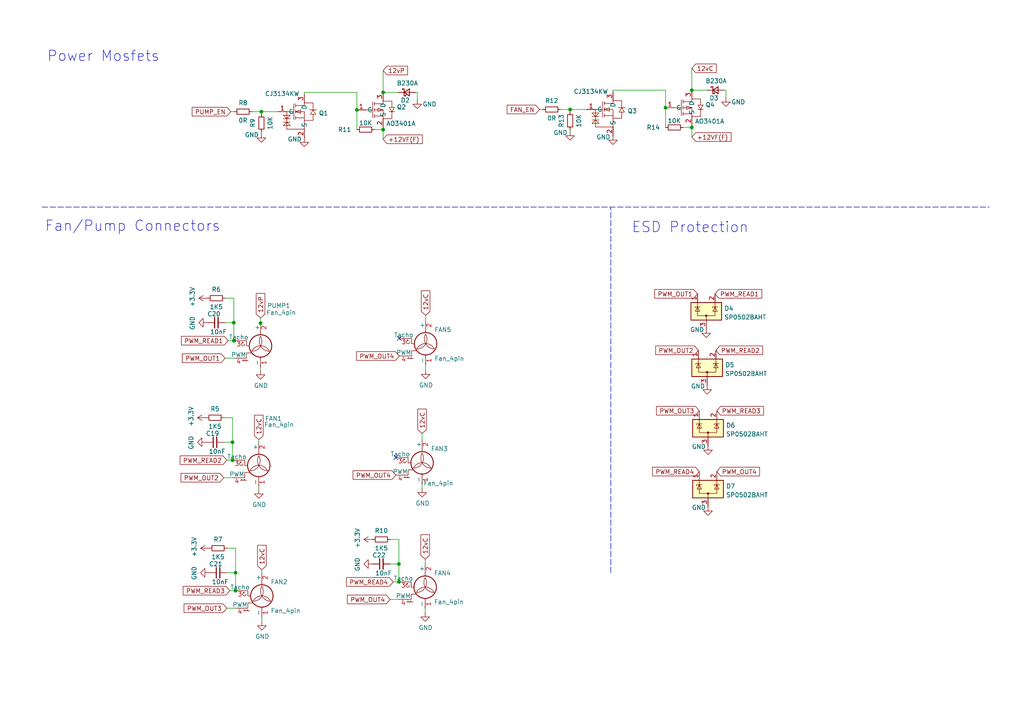
<source format=kicad_sch>
(kicad_sch (version 20211123) (generator eeschema)
  (paper "A4")
  (lib_symbols
    (symbol "Device:C_Small" (pin_numbers hide) (pin_names (offset 0.254) hide)
      (property "Reference" "C" (at 0.254 1.778 0))
      (property "Value" "C_Small" (at 0.254 -2.032 0))
      (symbol "C_Small_0_1"
        (polyline (pts (xy -1.524 -0.508) (xy 1.524 -0.508)) (stroke (width 0.3302)))
        (polyline (pts (xy -1.524 0.508) (xy 1.524 0.508)) (stroke (width 0.3048)))
      )
      (symbol "C_Small_1_1"
        (pin passive line (at 0 2.54 270) (length 2.032) (name "~") (number "1"))
        (pin passive line (at 0 -2.54 90) (length 2.032) (name "~") (number "2"))
      )
    )
    (symbol "Device:D_Schottky_Small" (pin_numbers hide) (pin_names (offset 0.254) hide)
      (property "Reference" "D" (at -1.27 2.032 0))
      (property "Value" "D_Schottky_Small" (at -7.112 -2.032 0))
      (symbol "D_Schottky_Small_0_1"
        (polyline (pts (xy -0.762 0) (xy 0.762 0)))
        (polyline (pts (xy 0.762 -1.016) (xy -0.762 0) (xy 0.762 1.016) (xy 0.762 -1.016)) (stroke (width 0.254)))
        (polyline (pts (xy -1.27 0.762) (xy -1.27 1.016) (xy -0.762 1.016) (xy -0.762 -1.016) (xy -0.254 -1.016) (xy -0.254 -0.762)) (stroke (width 0.254)))
      )
      (symbol "D_Schottky_Small_1_1"
        (pin passive line (at -2.54 0 0) (length 1.778) (name "K") (number "1"))
        (pin passive line (at 2.54 0 180) (length 1.778) (name "A") (number "2"))
      )
    )
    (symbol "Device:R_Small" (pin_numbers hide) (pin_names (offset 0.254) hide)
      (property "Reference" "R" (at 0.762 0.508 0))
      (property "Value" "R_Small" (at 0.762 -1.016 0))
      (symbol "R_Small_0_1"
        (rectangle (start -0.762 1.778) (end 0.762 -1.778) (stroke (width 0.2032)))
      )
      (symbol "R_Small_1_1"
        (pin passive line (at 0 2.54 270) (length 0.762) (name "~") (number "1"))
        (pin passive line (at 0 -2.54 90) (length 0.762) (name "~") (number "2"))
      )
    )
    (symbol "Motor:Fan_4pin" (pin_names (offset 0))
      (property "Reference" "M" (at 2.54 5.08 0))
      (property "Value" "Fan_4pin" (at 2.54 -2.54 0))
      (symbol "Fan_4pin_0_0"
        (arc (start -5.588 1.524) (mid -5.08 1.016) (end -4.572 1.524))
        (arc (start -5.08 2.032) (mid -5.4392 1.8832) (end -5.588 1.524))
        (polyline (pts (xy -5.08 2.032) (xy -5.334 2.159)))
        (polyline (pts (xy -5.08 2.032) (xy -5.207 1.778)))
        (polyline (pts (xy -4.064 2.54) (xy -4.064 1.016) (xy -3.302 1.016)))
      )
      (symbol "Fan_4pin_0_1"
        (arc (start -2.54 -0.508) (mid 0.0028 0.9121) (end 0 3.81))
        (polyline (pts (xy -4.064 2.54) (xy -5.08 2.54)))
        (polyline (pts (xy 0 -5.08) (xy 0 -4.572)))
        (polyline (pts (xy 0 -2.2352) (xy 0 -2.6416)))
        (polyline (pts (xy 0 4.2672) (xy 0 4.6228)))
        (polyline (pts (xy 0 4.572) (xy 0 5.08)))
        (polyline (pts (xy -2.54 -1.016) (xy -4.064 -1.016) (xy -4.064 -2.54) (xy -5.08 -2.54)))
        (polyline (pts (xy -5.334 -3.302) (xy -5.08 -3.302) (xy -5.08 -3.048) (xy -4.826 -3.048) (xy -4.826 -3.302) (xy -4.318 -3.302) (xy -4.318 -3.048) (xy -4.064 -3.048) (xy -4.064 -3.302) (xy -3.556 -3.302)))
        (circle (center 0 1.016) (radius 3.2512) (stroke (width 0.254)))
        (arc (start 0 3.81) (mid 0.053 0.921) (end 2.54 -0.508))
        (arc (start 2.54 -0.508) (mid 0 1.0618) (end -2.54 -0.508))
      )
      (symbol "Fan_4pin_1_1"
        (pin passive line (at 0 -5.08 90) (length 2.54) (name "-") (number "1"))
        (pin passive line (at 0 7.62 270) (length 2.54) (name "+") (number "2"))
        (pin passive line (at -7.62 2.54 0) (length 2.54) (name "Tacho") (number "3"))
        (pin input line (at -7.62 -2.54 0) (length 2.54) (name "PWM") (number "4"))
      )
    )
    (symbol "Power_Protection:SP0502BAHT" (pin_names hide)
      (property "Reference" "D" (at 5.715 2.54 0))
      (property "Value" "SP0502BAHT" (at 5.715 0.635 0))
      (symbol "SP0502BAHT_0_0"
        (pin passive line (at 0 -5.08 90) (length 2.54) (name "A") (number "3"))
      )
      (symbol "SP0502BAHT_0_1"
        (rectangle (start -4.445 2.54) (end 4.445 -2.54) (stroke (width 0.254)) (fill (type background)))
        (circle (center 0 -1.27) (radius 0.254) (fill (type outline)))
        (polyline (pts (xy -2.54 2.54) (xy -2.54 1.27)))
        (polyline (pts (xy 0 -1.27) (xy 0 -2.54)))
        (polyline (pts (xy 2.54 2.54) (xy 2.54 1.27)))
        (polyline (pts (xy -3.302 1.016) (xy -3.302 1.27) (xy -1.905 1.27) (xy -1.778 1.27)))
        (polyline (pts (xy -2.54 1.27) (xy -2.54 -1.27) (xy 2.54 -1.27) (xy 2.54 1.27)))
        (polyline (pts (xy -2.54 1.27) (xy -1.905 0) (xy -3.175 0) (xy -2.54 1.27)))
        (polyline (pts (xy 1.778 1.016) (xy 1.778 1.27) (xy 3.175 1.27) (xy 3.302 1.27)))
        (polyline (pts (xy 2.54 1.27) (xy 1.905 0) (xy 3.175 0) (xy 2.54 1.27)))
      )
      (symbol "SP0502BAHT_1_1"
        (pin passive line (at -2.54 5.08 270) (length 2.54) (name "K") (number "1"))
        (pin passive line (at 2.54 5.08 270) (length 2.54) (name "K") (number "2"))
      )
    )
    (symbol "easyeda:AO3401A"
      (property "Reference" "Q?" (at 0 10.16 0))
      (property "Value" "AO3401A" (at 0 -10.16 0))
      (symbol "AO3401A_0_1"
        (polyline (pts (xy -2.54 0) (xy -0.51 0)))
        (polyline (pts (xy -0.51 2.29) (xy -0.51 -2.29)))
        (polyline (pts (xy 0 -2.29) (xy 0 -1.27)))
        (polyline (pts (xy 0 -0.51) (xy 0 0.51)))
        (polyline (pts (xy 0 1.27) (xy 0 2.29)))
        (polyline (pts (xy 2.54 -1.78) (xy 0 -1.78)))
        (polyline (pts (xy 2.54 1.78) (xy 0 1.78)))
        (polyline (pts (xy 0 0) (xy 2.54 0) (xy 2.54 -2.54)))
        (polyline (pts (xy 2.54 -2.54) (xy 5.08 -2.54) (xy 5.08 -0.51)))
        (polyline (pts (xy 2.54 0) (xy 1.02 0.51) (xy 1.02 -0.51) (xy 2.54 0)) (fill (type background)))
        (polyline (pts (xy 2.54 1.78) (xy 2.54 2.54) (xy 5.08 2.54) (xy 5.08 0.76)))
        (polyline (pts (xy 5.08 -0.51) (xy 5.84 0.76) (xy 4.32 0.76) (xy 5.08 -0.51)) (fill (type background)))
        (polyline (pts (xy 5.84 -0.51) (xy 5.59 -0.51) (xy 4.57 -0.51) (xy 4.32 -0.51)))
        (pin unspecified line (at -5.08 0 0) (length 2.54) (name "G") (number "1"))
        (pin unspecified line (at 2.54 -5.08 90) (length 2.54) (name "S") (number "2"))
        (pin unspecified line (at 2.54 5.08 270) (length 2.54) (name "D") (number "3"))
      )
    )
    (symbol "easyeda:CJ3134KW"
      (property "Reference" "Q?" (at 0 11.43 0))
      (property "Value" "CJ3134KW" (at 0 -11.43 0))
      (symbol "CJ3134KW_0_1"
        (polyline (pts (xy -3.56 -1.78) (xy -1.52 -1.78)))
        (polyline (pts (xy -3.56 -0.76) (xy -1.52 -0.76)))
        (polyline (pts (xy -2.54 -3.81) (xy -2.54 1.27)))
        (polyline (pts (xy -2.54 -3.81) (xy 2.54 -3.81)))
        (polyline (pts (xy -2.54 1.27) (xy -0.51 1.27)))
        (polyline (pts (xy -0.51 3.56) (xy -0.51 -1.02)))
        (polyline (pts (xy 0 -1.02) (xy 0 0)))
        (polyline (pts (xy 0 0.76) (xy 0 1.78)))
        (polyline (pts (xy 0 3.56) (xy 0 2.54)))
        (polyline (pts (xy 2.54 -3.81) (xy 2.54 -1.27)))
        (polyline (pts (xy 2.54 -0.51) (xy 0 -0.51)))
        (polyline (pts (xy 0 1.27) (xy 1.52 0.76) (xy 1.52 1.78) (xy 0 1.27)) (fill (type background)))
        (polyline (pts (xy 5.08 1.78) (xy 4.32 0.51) (xy 5.84 0.51) (xy 5.08 1.78)) (fill (type background)))
        (polyline (pts (xy 6.1 1.78) (xy 5.59 1.78) (xy 4.57 1.78) (xy 4.06 1.78)))
        (polyline (pts (xy -3.56 0.25) (xy -1.52 0.25) (xy -2.54 -0.76) (xy -3.56 0.25) (xy -3.56 0.25)) (fill (type background)))
        (polyline (pts (xy -2.54 -1.78) (xy -3.56 -2.79) (xy -1.52 -2.79) (xy -2.54 -1.78) (xy -2.54 -1.78)) (fill (type background)))
        (polyline (pts (xy 0 1.27) (xy 2.54 1.27) (xy 2.54 -1.27) (xy 5.08 -1.27) (xy 5.08 0.51)))
        (polyline (pts (xy 0 3.05) (xy 2.54 3.05) (xy 2.54 3.81) (xy 5.08 3.81) (xy 5.08 1.78)))
        (pin unspecified line (at -5.08 1.27 0) (length 2.54) (name "G") (number "1"))
        (pin unspecified line (at 2.54 -6.35 90) (length 2.54) (name "S") (number "2"))
        (pin unspecified line (at 2.54 6.35 270) (length 2.54) (name "D") (number "3"))
      )
    )
    (symbol "power:+3.3V" (power) (pin_names (offset 0))
      (property "Value" "+3.3V" (at 0 3.556 0))
      (symbol "+3.3V_0_1"
        (polyline (pts (xy -0.762 1.27) (xy 0 2.54)))
        (polyline (pts (xy 0 0) (xy 0 2.54)))
        (polyline (pts (xy 0 2.54) (xy 0.762 1.27)))
      )
      (symbol "+3.3V_1_1"
        (pin power_in line (at 0 0 90) (length 0) hide (name "+3.3V") (number "1"))
      )
    )
    (symbol "power:GND" (power) (pin_names (offset 0))
      (property "Value" "GND" (at 0 -3.81 0))
      (symbol "GND_0_1"
        (polyline (pts (xy 0 0) (xy 0 -1.27) (xy 1.27 -1.27) (xy 0 -2.54) (xy -1.27 -1.27) (xy 0 -1.27)))
      )
      (symbol "GND_1_1"
        (pin power_in line (at 0 0 270) (length 0) hide (name "GND") (number "1"))
      )
    )
  )
  (junction (at 111.125 37.592))
  (junction (at 67.437 133.477))
  (junction (at 165.354 31.75))
  (junction (at 75.565 93.726))
  (junction (at 68.326 166.116))
  (junction (at 115.697 168.783))
  (junction (at 67.437 128.27))
  (junction (at 68.326 171.323))
  (junction (at 200.66 26.162))
  (junction (at 67.945 98.806))
  (junction (at 200.66 36.957))
  (junction (at 75.819 32.385))
  (junction (at 193.04 31.242))
  (junction (at 111.125 26.797))
  (junction (at 115.697 163.576))
  (junction (at 103.505 31.877))
  (junction (at 67.818 98.806))
  (junction (at 67.818 93.599))
  (no_connect (at 114.808 132.715))
  (no_connect (at 115.824 98.171))
  (wire (pts (xy 198.12 36.957) (xy 200.66 36.957)))
  (wire (pts (xy 123.317 162.179) (xy 123.317 163.703)))
  (wire (pts (xy 64.897 128.27) (xy 67.437 128.27)))
  (wire (pts (xy 75.946 165.227) (xy 75.946 166.243)))
  (wire (pts (xy 162.56 31.75) (xy 165.354 31.75)))
  (polyline (pts (xy 12.192 60.071) (xy 286.893 60.071)))
  (wire (pts (xy 200.66 26.162) (xy 204.978 26.162)))
  (wire (pts (xy 111.125 20.447) (xy 111.125 26.797)))
  (wire (pts (xy 75.565 92.202) (xy 75.565 93.726)))
  (wire (pts (xy 65.786 166.116) (xy 68.326 166.116)))
  (wire (pts (xy 68.326 159.004) (xy 65.786 159.004)))
  (wire (pts (xy 165.354 37.592) (xy 165.354 38.1)))
  (wire (pts (xy 67.818 86.487) (xy 65.278 86.487)))
  (wire (pts (xy 68.326 176.403) (xy 65.786 176.403)))
  (wire (pts (xy 165.354 31.75) (xy 170.18 31.75)))
  (wire (pts (xy 115.697 168.783) (xy 114.046 168.783)))
  (wire (pts (xy 177.8 26.162) (xy 177.8 26.67)))
  (wire (pts (xy 65.278 93.599) (xy 67.818 93.599)))
  (wire (pts (xy 73.025 32.385) (xy 75.819 32.385)))
  (wire (pts (xy 115.697 173.863) (xy 113.157 173.863)))
  (wire (pts (xy 67.818 98.806) (xy 67.818 93.599)))
  (wire (pts (xy 75.819 32.385) (xy 80.645 32.385)))
  (wire (pts (xy 156.464 31.75) (xy 157.48 31.75)))
  (wire (pts (xy 123.444 91.44) (xy 123.444 93.091)))
  (wire (pts (xy 67.437 138.557) (xy 64.897 138.557)))
  (wire (pts (xy 75.819 32.385) (xy 75.819 33.147)))
  (wire (pts (xy 67.437 133.477) (xy 67.437 128.27)))
  (wire (pts (xy 75.565 106.426) (xy 75.565 107.442)))
  (wire (pts (xy 193.04 26.162) (xy 193.04 31.242)))
  (wire (pts (xy 115.697 156.464) (xy 113.157 156.464)))
  (wire (pts (xy 200.66 36.957) (xy 200.66 39.751)))
  (wire (pts (xy 67.945 103.886) (xy 65.278 103.886)))
  (wire (pts (xy 67.945 98.806) (xy 67.818 98.806)))
  (wire (pts (xy 67.437 133.477) (xy 65.786 133.477)))
  (wire (pts (xy 67.437 128.27) (xy 67.437 121.158)))
  (wire (pts (xy 111.125 36.957) (xy 111.125 37.592)))
  (wire (pts (xy 115.697 163.576) (xy 115.697 156.464)))
  (wire (pts (xy 121.031 26.797) (xy 121.031 28.956)))
  (wire (pts (xy 123.444 105.791) (xy 123.444 107.315)))
  (wire (pts (xy 123.317 176.403) (xy 123.317 177.673)))
  (wire (pts (xy 120.523 26.797) (xy 121.031 26.797)))
  (wire (pts (xy 75.946 178.943) (xy 75.946 180.213)))
  (wire (pts (xy 75.692 93.726) (xy 75.565 93.726)))
  (wire (pts (xy 115.697 168.783) (xy 115.697 163.576)))
  (wire (pts (xy 103.505 26.797) (xy 103.505 31.877)))
  (wire (pts (xy 103.505 26.797) (xy 88.265 26.797)))
  (wire (pts (xy 75.057 141.097) (xy 75.057 141.986)))
  (wire (pts (xy 111.125 26.797) (xy 115.443 26.797)))
  (wire (pts (xy 200.66 19.812) (xy 200.66 26.162)))
  (wire (pts (xy 66.929 32.385) (xy 67.945 32.385)))
  (wire (pts (xy 111.125 37.592) (xy 111.125 40.386)))
  (wire (pts (xy 165.354 31.75) (xy 165.354 32.512)))
  (wire (pts (xy 113.157 163.576) (xy 115.697 163.576)))
  (wire (pts (xy 75.057 127.508) (xy 75.057 128.397)))
  (wire (pts (xy 200.66 36.322) (xy 200.66 36.957)))
  (wire (pts (xy 193.04 26.162) (xy 177.8 26.162)))
  (wire (pts (xy 122.428 140.335) (xy 122.428 141.605)))
  (wire (pts (xy 68.326 171.323) (xy 66.675 171.323)))
  (wire (pts (xy 67.437 121.158) (xy 64.897 121.158)))
  (wire (pts (xy 68.326 166.116) (xy 68.326 159.004)))
  (wire (pts (xy 67.818 93.599) (xy 67.818 86.487)))
  (wire (pts (xy 103.505 31.877) (xy 103.505 37.592)))
  (polyline (pts (xy 177.038 60.325) (xy 177.165 60.325)))
  (wire (pts (xy 108.585 37.592) (xy 111.125 37.592)))
  (wire (pts (xy 75.819 38.227) (xy 75.819 38.735)))
  (wire (pts (xy 88.265 26.797) (xy 88.265 27.305)))
  (wire (pts (xy 67.818 98.806) (xy 66.167 98.806)))
  (wire (pts (xy 193.04 31.242) (xy 193.04 36.957)))
  (wire (pts (xy 68.326 171.323) (xy 68.326 166.116)))
  (wire (pts (xy 210.566 26.162) (xy 210.566 28.321)))
  (polyline (pts (xy 177.165 166.116) (xy 177.165 60.325)))
  (wire (pts (xy 210.058 26.162) (xy 210.566 26.162)))
  (wire (pts (xy 122.428 125.73) (xy 122.428 127.635)))
  (text "Fan/Pump Connectors" (at 12.954 67.437 0) (effects (font (size 3 3)) (justify left bottom)))
  (text "ESD Protection" (at 183.134 67.818 0) (effects (font (size 3 3)) (justify left bottom)))
  (text "Power Mosfets" (at 13.589 18.161 0) (effects (font (size 3 3)) (justify left bottom)))
  (global_label "12vC" (shape input) (at 123.317 162.179 90) (property "Intersheet References" "${INTERSHEET_REFS}" (effects hide)))
  (global_label "12vP" (shape input) (at 111.125 20.447 0) (property "Intersheet References" "${INTERSHEET_REFS}" (effects hide)))
  (global_label "PWM_READ2" (shape input) (at 65.786 133.477 180) (property "Intersheet References" "${INTERSHEET_REFS}" (effects hide)))
  (global_label "12vC" (shape input) (at 75.057 127.508 90) (property "Intersheet References" "${INTERSHEET_REFS}" (effects hide)))
  (global_label "PWM_READ2" (shape input) (at 207.645 101.6 0) (property "Intersheet References" "${INTERSHEET_REFS}" (effects hide)))
  (global_label "12vC" (shape input) (at 123.444 91.44 90) (property "Intersheet References" "${INTERSHEET_REFS}" (effects hide)))
  (global_label "PWM_OUT4" (shape input) (at 207.899 136.779 0) (property "Intersheet References" "${INTERSHEET_REFS}" (effects hide)))
  (global_label "PWM_OUT1" (shape input) (at 202.311 85.217 180) (property "Intersheet References" "${INTERSHEET_REFS}" (effects hide)))
  (global_label "PWM_OUT4" (shape input) (at 114.808 137.795 180) (property "Intersheet References" "${INTERSHEET_REFS}" (effects hide)))
  (global_label "PWM_OUT3" (shape input) (at 65.786 176.403 180) (property "Intersheet References" "${INTERSHEET_REFS}" (effects hide)))
  (global_label "PWM_OUT4" (shape input) (at 113.157 173.863 180) (property "Intersheet References" "${INTERSHEET_REFS}" (effects hide)))
  (global_label "PWM_OUT2" (shape input) (at 202.565 101.6 180) (property "Intersheet References" "${INTERSHEET_REFS}" (effects hide)))
  (global_label "PWM_READ3" (shape input) (at 207.899 119.126 0) (property "Intersheet References" "${INTERSHEET_REFS}" (effects hide)))
  (global_label "PWM_READ1" (shape input) (at 66.167 98.806 180) (property "Intersheet References" "${INTERSHEET_REFS}" (effects hide)))
  (global_label "12vC" (shape input) (at 122.428 125.73 90) (property "Intersheet References" "${INTERSHEET_REFS}" (effects hide)))
  (global_label "PWM_OUT2" (shape input) (at 64.897 138.557 180) (property "Intersheet References" "${INTERSHEET_REFS}" (effects hide)))
  (global_label "+12VF(F)" (shape input) (at 111.125 40.386 0) (property "Intersheet References" "${INTERSHEET_REFS}" (effects hide)))
  (global_label "PWM_OUT1" (shape input) (at 65.278 103.886 180) (property "Intersheet References" "${INTERSHEET_REFS}" (effects hide)))
  (global_label "12vP" (shape input) (at 75.565 92.202 90) (property "Intersheet References" "${INTERSHEET_REFS}" (effects hide)))
  (global_label "+12VF(F)" (shape input) (at 200.66 39.751 0) (property "Intersheet References" "${INTERSHEET_REFS}" (effects hide)))
  (global_label "PWM_OUT3" (shape input) (at 202.819 119.126 180) (property "Intersheet References" "${INTERSHEET_REFS}" (effects hide)))
  (global_label "12vC" (shape input) (at 200.66 19.812 0) (property "Intersheet References" "${INTERSHEET_REFS}" (effects hide)))
  (global_label "PWM_READ4" (shape input) (at 202.819 136.779 180) (property "Intersheet References" "${INTERSHEET_REFS}" (effects hide)))
  (global_label "PUMP_EN" (shape input) (at 66.929 32.385 180) (property "Intersheet References" "${INTERSHEET_REFS}" (effects hide)))
  (global_label "PWM_READ1" (shape input) (at 207.391 85.217 0) (property "Intersheet References" "${INTERSHEET_REFS}" (effects hide)))
  (global_label "FAN_EN" (shape input) (at 156.464 31.75 180) (property "Intersheet References" "${INTERSHEET_REFS}" (effects hide)))
  (global_label "PWM_READ4" (shape input) (at 114.046 168.783 180) (property "Intersheet References" "${INTERSHEET_REFS}" (effects hide)))
  (global_label "PWM_OUT4" (shape input) (at 115.824 103.251 180) (property "Intersheet References" "${INTERSHEET_REFS}" (effects hide)))
  (global_label "PWM_READ3" (shape input) (at 66.675 171.323 180) (property "Intersheet References" "${INTERSHEET_REFS}" (effects hide)))
  (global_label "12vC" (shape input) (at 75.946 165.227 90) (property "Intersheet References" "${INTERSHEET_REFS}" (effects hide)))
  (symbol (lib_id "power:GND") (at 75.057 141.986 0) (unit 1)
    (property "Reference" "#PWR037" (effects hide))
    (property "Value" "GND" (at 75.184 146.3802 0))
  )
  (symbol (lib_id "Device:D_Schottky_Small") (at 207.518 26.162 0) (unit 1)
    (property "Reference" "D3" (at 205.74 28.448 0) (effects (justify left)))
    (property "Value" "B230A" (at 204.597 23.495 0) (effects (justify left)))
    (property "Footprint" "Diode_SMD:D_SMA" (effects hide))
    (property "LCSC Part" "C917036" (effects hide))
  )
  (symbol (lib_id "Motor:Fan_4pin") (at 75.946 173.863 0) (unit 1)
    (property "Reference" "FAN2" (at 78.486 168.783 0) (effects (justify left)))
    (property "Value" "Fan_4pin" (at 78.486 176.403 0) (effects (justify left top)))
    (property "Footprint" "Custom:FanPinHeader_1x04_P2.54mm_Horizontal_no_hole" (effects hide))
    (property "Datasheet" "http://www.formfactors.org/developer%5Cspecs%5Crev1_2_public.pdf" (effects hide))
    (property "LCSC Part" "NA" (effects hide))
  )
  (symbol (lib_id "power:GND") (at 123.444 107.315 0) (unit 1)
    (property "Reference" "#PWR046" (effects hide))
    (property "Value" "GND" (at 123.571 111.7092 0))
  )
  (symbol (lib_id "power:GND") (at 60.706 166.116 270) (unit 1)
    (property "Reference" "#PWR036" (effects hide))
    (property "Value" "GND" (at 56.3118 166.243 0))
  )
  (symbol (lib_id "Power_Protection:SP0502BAHT") (at 204.851 90.297 0) (unit 1)
    (property "Reference" "D4" (at 210.058 89.4623 0) (effects (justify left)))
    (property "Value" "SP0502BAHT" (at 210.058 91.9992 0) (effects (justify left)))
    (property "Footprint" "Package_TO_SOT_SMD:SOT-23" (effects hide))
    (property "Datasheet" "http://www.littelfuse.com/~/media/files/littelfuse/technical%20resources/documents/data%20sheets/sp05xxba.pdf" (effects hide))
    (property "LCSC Part" "C70435" (effects hide))
  )
  (symbol (lib_id "Device:R_Small") (at 63.246 159.004 90) (unit 1)
    (property "Reference" "R7" (at 63.246 156.464 90))
    (property "Value" "1K5" (at 63.246 161.544 90))
    (property "Footprint" "Resistor_SMD:R_0402_1005Metric" (effects hide))
    (property "LCSC Part" "C413084" (effects hide))
  )
  (symbol (lib_id "power:GND") (at 205.105 111.76 0) (unit 1)
    (property "Reference" "#PWR052" (effects hide))
    (property "Value" "GND" (at 202.438 112.014 0))
  )
  (symbol (lib_id "easyeda:CJ3134KW") (at 85.725 33.655 0) (unit 1)
    (property "Reference" "Q1" (at 92.46 32.8203 0) (effects (justify left)))
    (property "Value" "CJ3134KW" (at 76.835 27.178 0) (effects (justify left)))
    (property "Footprint" "easyeda2kicad:SC-70-3_L2.1-W1.3-P1.30-LS2.1-BR" (effects hide))
    (property "Datasheet" "https://lcsc.com/product-detail/MOSFET_CJ3134KW_C110101.html" (effects hide))
    (property "Manufacturer" "CJ" (effects hide))
    (property "LCSC Part" "C110101" (effects hide))
    (property "JLC Part" "Extended Part" (effects hide))
  )
  (symbol (lib_id "Device:R_Small") (at 62.357 121.158 90) (unit 1)
    (property "Reference" "R5" (at 62.357 118.618 90))
    (property "Value" "1K5" (at 62.357 123.698 90))
    (property "Footprint" "Resistor_SMD:R_0402_1005Metric" (effects hide))
    (property "LCSC Part" "C413084" (effects hide))
  )
  (symbol (lib_id "Device:R_Small") (at 195.58 36.957 270) (unit 1)
    (property "Reference" "R14" (at 189.484 36.957 90))
    (property "Value" "10K" (at 195.58 35.052 90))
    (property "Footprint" "Resistor_SMD:R_0402_1005Metric" (effects hide))
    (property "LCSC Part" "C191123" (effects hide))
  )
  (symbol (lib_id "power:GND") (at 177.8 39.37 0) (unit 1)
    (property "Reference" "#PWR049" (effects hide))
    (property "Value" "GND" (at 175.006 39.751 0))
  )
  (symbol (lib_id "power:GND") (at 123.317 177.673 0) (unit 1)
    (property "Reference" "#PWR045" (effects hide))
    (property "Value" "GND" (at 123.444 182.0672 0))
  )
  (symbol (lib_id "Device:D_Schottky_Small") (at 117.983 26.797 0) (unit 1)
    (property "Reference" "D2" (at 116.205 29.083 0) (effects (justify left)))
    (property "Value" "B230A" (at 115.062 24.13 0) (effects (justify left)))
    (property "Footprint" "Diode_SMD:D_SMA" (effects hide))
    (property "LCSC Part" "C917036" (effects hide))
  )
  (symbol (lib_id "power:GND") (at 108.077 163.576 270) (unit 1)
    (property "Reference" "#PWR043" (effects hide))
    (property "Value" "GND" (at 103.6828 163.703 0))
  )
  (symbol (lib_id "Motor:Fan_4pin") (at 123.444 100.711 0) (unit 1)
    (property "Reference" "FAN5" (at 125.984 95.631 0) (effects (justify left)))
    (property "Value" "Fan_4pin" (at 125.984 103.251 0) (effects (justify left top)))
    (property "Footprint" "Custom:FanPinHeader_1x04_P2.54mm_Horizontal_no_hole" (effects hide))
    (property "Datasheet" "http://www.formfactors.org/developer%5Cspecs%5Crev1_2_public.pdf" (effects hide))
    (property "LCSC Part" "NA" (effects hide))
  )
  (symbol (lib_id "Device:R_Small") (at 165.354 35.052 180) (unit 1)
    (property "Reference" "R13" (at 162.814 35.052 90))
    (property "Value" "10K" (at 167.894 35.052 90))
    (property "Footprint" "Resistor_SMD:R_0402_1005Metric" (effects hide))
    (property "LCSC Part" "C191123" (effects hide))
  )
  (symbol (lib_id "Motor:Fan_4pin") (at 75.057 136.017 0) (unit 1)
    (property "Reference" "FAN1" (at 76.835 121.412 0) (effects (justify left)))
    (property "Value" "Fan_4pin" (at 76.581 122.428 0) (effects (justify left top)))
    (property "Footprint" "Custom:FanPinHeader_1x04_P2.54mm_Horizontal_no_hole" (effects hide))
    (property "Datasheet" "http://www.formfactors.org/developer%5Cspecs%5Crev1_2_public.pdf" (effects hide))
    (property "LCSC Part" "NA" (effects hide))
  )
  (symbol (lib_id "Motor:Fan_4pin") (at 75.565 101.346 0) (unit 1)
    (property "Reference" "PUMP1" (at 77.47 88.646 0) (effects (justify left)))
    (property "Value" "Fan_4pin" (at 77.216 89.916 0) (effects (justify left top)))
    (property "Footprint" "Custom:FanPinHeader_1x04_P2.54mm_Horizontal_no_hole" (effects hide))
    (property "Datasheet" "http://www.formfactors.org/developer%5Cspecs%5Crev1_2_public.pdf" (effects hide))
    (property "LCSC Part" "NA" (effects hide))
  )
  (symbol (lib_id "power:+3.3V") (at 108.077 156.464 90) (unit 1)
    (property "Reference" "#PWR042" (effects hide))
    (property "Value" "+3.3V" (at 103.6828 156.083 0))
  )
  (symbol (lib_id "Device:C_Small") (at 110.617 163.576 90) (unit 1)
    (property "Reference" "C22" (at 111.887 161.036 90) (effects (justify left)))
    (property "Value" "10nF" (at 113.665 166.243 90) (effects (justify left)))
    (property "Footprint" "Capacitor_SMD:C_0402_1005Metric" (effects hide))
    (property "LCSC Part" " C272878" (effects hide))
  )
  (symbol (lib_id "power:GND") (at 60.198 93.599 270) (unit 1)
    (property "Reference" "#PWR034" (effects hide))
    (property "Value" "GND" (at 55.8038 93.726 0))
  )
  (symbol (lib_id "power:GND") (at 75.565 107.442 0) (unit 1)
    (property "Reference" "#PWR038" (effects hide))
    (property "Value" "GND" (at 75.692 111.8362 0))
  )
  (symbol (lib_id "easyeda:AO3401A") (at 108.585 31.877 0) (unit 1)
    (property "Reference" "Q2" (at 115.06 31.0423 0) (effects (justify left)))
    (property "Value" "AO3401A" (at 112.014 35.814 0) (effects (justify left)))
    (property "Footprint" "easyeda2kicad:SOT-23_L2.9-W1.3-P1.90-LS2.4-BR" (effects hide))
    (property "Datasheet" "https://lcsc.com/product-detail/MOSFET_AOS_AO3401A_AO3401A_C15127.html" (effects hide))
    (property "Manufacturer" "AOS" (effects hide))
    (property "LCSC Part" "C15127" (effects hide))
    (property "JLC Part" "Basic Part" (effects hide))
  )
  (symbol (lib_id "Device:R_Small") (at 160.02 31.75 90) (unit 1)
    (property "Reference" "R12" (at 160.02 29.21 90))
    (property "Value" "0R" (at 160.02 34.29 90))
    (property "Footprint" "Resistor_SMD:R_0402_1005Metric" (effects hide))
    (property "LCSC Part" "C396825" (effects hide))
  )
  (symbol (lib_id "power:GND") (at 88.265 40.005 0) (unit 1)
    (property "Reference" "#PWR041" (effects hide))
    (property "Value" "GND" (at 85.471 40.386 0))
  )
  (symbol (lib_id "easyeda:AO3401A") (at 198.12 31.242 0) (unit 1)
    (property "Reference" "Q4" (at 204.595 30.4073 0) (effects (justify left)))
    (property "Value" "AO3401A" (at 201.549 35.179 0) (effects (justify left)))
    (property "Footprint" "easyeda2kicad:SOT-23_L2.9-W1.3-P1.90-LS2.4-BR" (effects hide))
    (property "Datasheet" "https://lcsc.com/product-detail/MOSFET_AOS_AO3401A_AO3401A_C15127.html" (effects hide))
    (property "Manufacturer" "AOS" (effects hide))
    (property "LCSC Part" "C15127" (effects hide))
    (property "JLC Part" "Basic Part" (effects hide))
  )
  (symbol (lib_id "power:GND") (at 210.566 28.321 0) (unit 1)
    (property "Reference" "#PWR050" (effects hide))
    (property "Value" "GND" (at 214.122 29.591 0))
  )
  (symbol (lib_id "power:GND") (at 205.359 129.286 0) (unit 1)
    (property "Reference" "#PWR053" (effects hide))
    (property "Value" "GND" (at 202.692 129.54 0))
  )
  (symbol (lib_id "easyeda:CJ3134KW") (at 175.26 33.02 0) (unit 1)
    (property "Reference" "Q3" (at 181.995 32.1853 0) (effects (justify left)))
    (property "Value" "CJ3134KW" (at 166.37 26.543 0) (effects (justify left)))
    (property "Footprint" "easyeda2kicad:SC-70-3_L2.1-W1.3-P1.30-LS2.1-BR" (effects hide))
    (property "Datasheet" "https://lcsc.com/product-detail/MOSFET_CJ3134KW_C110101.html" (effects hide))
    (property "Manufacturer" "CJ" (effects hide))
    (property "LCSC Part" "C110101" (effects hide))
    (property "JLC Part" "Extended Part" (effects hide))
  )
  (symbol (lib_id "power:GND") (at 205.359 146.939 0) (unit 1)
    (property "Reference" "#PWR054" (effects hide))
    (property "Value" "GND" (at 202.692 147.193 0))
  )
  (symbol (lib_id "Device:C_Small") (at 62.357 128.27 90) (unit 1)
    (property "Reference" "C19" (at 63.627 125.73 90) (effects (justify left)))
    (property "Value" "10nF" (at 65.405 130.937 90) (effects (justify left)))
    (property "Footprint" "Capacitor_SMD:C_0402_1005Metric" (effects hide))
    (property "LCSC Part" " C272878" (effects hide))
  )
  (symbol (lib_id "power:GND") (at 121.031 28.956 0) (unit 1)
    (property "Reference" "#PWR047" (effects hide))
    (property "Value" "GND" (at 124.587 30.226 0))
  )
  (symbol (lib_id "Device:R_Small") (at 75.819 35.687 180) (unit 1)
    (property "Reference" "R9" (at 73.279 35.687 90))
    (property "Value" "10K" (at 78.359 35.687 90))
    (property "Footprint" "Resistor_SMD:R_0402_1005Metric" (effects hide))
    (property "LCSC Part" "C191123" (effects hide))
  )
  (symbol (lib_id "Device:R_Small") (at 106.045 37.592 270) (unit 1)
    (property "Reference" "R11" (at 99.949 37.592 90))
    (property "Value" "10K" (at 106.045 35.687 90))
    (property "Footprint" "Resistor_SMD:R_0402_1005Metric" (effects hide))
    (property "LCSC Part" "C191123" (effects hide))
  )
  (symbol (lib_id "power:GND") (at 75.819 38.735 0) (unit 1)
    (property "Reference" "#PWR040" (effects hide))
    (property "Value" "GND" (at 73.025 39.116 0))
  )
  (symbol (lib_id "Device:C_Small") (at 62.738 93.599 90) (unit 1)
    (property "Reference" "C20" (at 64.008 91.059 90) (effects (justify left)))
    (property "Value" "10nF" (at 65.786 96.266 90) (effects (justify left)))
    (property "Footprint" "Capacitor_SMD:C_0402_1005Metric" (effects hide))
    (property "LCSC Part" " C272878" (effects hide))
  )
  (symbol (lib_id "Motor:Fan_4pin") (at 123.317 171.323 0) (unit 1)
    (property "Reference" "FAN4" (at 125.857 166.243 0) (effects (justify left)))
    (property "Value" "Fan_4pin" (at 125.857 173.863 0) (effects (justify left top)))
    (property "Footprint" "Custom:FanPinHeader_1x04_P2.54mm_Horizontal_no_hole" (effects hide))
    (property "Datasheet" "http://www.formfactors.org/developer%5Cspecs%5Crev1_2_public.pdf" (effects hide))
    (property "LCSC Part" "NA" (effects hide))
  )
  (symbol (lib_id "Device:R_Small") (at 110.617 156.464 90) (unit 1)
    (property "Reference" "R10" (at 110.617 153.924 90))
    (property "Value" "1K5" (at 110.617 159.004 90))
    (property "Footprint" "Resistor_SMD:R_0402_1005Metric" (effects hide))
    (property "LCSC Part" "C413084" (effects hide))
  )
  (symbol (lib_id "Device:R_Small") (at 70.485 32.385 90) (unit 1)
    (property "Reference" "R8" (at 70.485 29.845 90))
    (property "Value" "0R" (at 70.485 34.925 90))
    (property "Footprint" "Resistor_SMD:R_0402_1005Metric" (effects hide))
    (property "LCSC Part" "C396825" (effects hide))
  )
  (symbol (lib_id "power:GND") (at 204.851 95.377 0) (unit 1)
    (property "Reference" "#PWR051" (effects hide))
    (property "Value" "GND" (at 202.184 95.631 0))
  )
  (symbol (lib_id "Device:C_Small") (at 63.246 166.116 90) (unit 1)
    (property "Reference" "C21" (at 64.516 163.576 90) (effects (justify left)))
    (property "Value" "10nF" (at 66.294 168.783 90) (effects (justify left)))
    (property "Footprint" "Capacitor_SMD:C_0402_1005Metric" (effects hide))
    (property "LCSC Part" " C272878" (effects hide))
  )
  (symbol (lib_id "Motor:Fan_4pin") (at 122.428 135.255 0) (unit 1)
    (property "Reference" "FAN3" (at 124.968 130.175 0) (effects (justify left)))
    (property "Value" "Fan_4pin" (at 122.809 139.446 0) (effects (justify left top)))
    (property "Footprint" "Custom:FanPinHeader_1x04_P2.54mm_Horizontal_no_hole" (effects hide))
    (property "Datasheet" "http://www.formfactors.org/developer%5Cspecs%5Crev1_2_public.pdf" (effects hide))
    (property "LCSC Part" "NA" (effects hide))
  )
  (symbol (lib_id "power:+3.3V") (at 60.198 86.487 90) (unit 1)
    (property "Reference" "#PWR033" (effects hide))
    (property "Value" "+3.3V" (at 55.8038 86.106 0))
  )
  (symbol (lib_id "power:GND") (at 165.354 38.1 0) (unit 1)
    (property "Reference" "#PWR048" (effects hide))
    (property "Value" "GND" (at 162.56 38.481 0))
  )
  (symbol (lib_id "Power_Protection:SP0502BAHT") (at 205.359 124.206 0) (unit 1)
    (property "Reference" "D6" (at 210.566 123.3713 0) (effects (justify left)))
    (property "Value" "SP0502BAHT" (at 210.566 125.9082 0) (effects (justify left)))
    (property "Footprint" "Package_TO_SOT_SMD:SOT-23" (effects hide))
    (property "Datasheet" "http://www.littelfuse.com/~/media/files/littelfuse/technical%20resources/documents/data%20sheets/sp05xxba.pdf" (effects hide))
    (property "LCSC Part" "C70435" (effects hide))
  )
  (symbol (lib_id "power:GND") (at 75.946 180.213 0) (unit 1)
    (property "Reference" "#PWR039" (effects hide))
    (property "Value" "GND" (at 76.073 184.6072 0))
  )
  (symbol (lib_id "Device:R_Small") (at 62.738 86.487 90) (unit 1)
    (property "Reference" "R6" (at 62.738 83.947 90))
    (property "Value" "1K5" (at 62.738 89.027 90))
    (property "Footprint" "Resistor_SMD:R_0402_1005Metric" (effects hide))
    (property "LCSC Part" "C413084" (effects hide))
  )
  (symbol (lib_id "power:GND") (at 122.428 141.605 0) (unit 1)
    (property "Reference" "#PWR044" (effects hide))
    (property "Value" "GND" (at 122.555 145.9992 0))
  )
  (symbol (lib_id "Power_Protection:SP0502BAHT") (at 205.359 141.859 0) (unit 1)
    (property "Reference" "D7" (at 210.566 141.0243 0) (effects (justify left)))
    (property "Value" "SP0502BAHT" (at 210.566 143.5612 0) (effects (justify left)))
    (property "Footprint" "Package_TO_SOT_SMD:SOT-23" (effects hide))
    (property "Datasheet" "http://www.littelfuse.com/~/media/files/littelfuse/technical%20resources/documents/data%20sheets/sp05xxba.pdf" (effects hide))
    (property "LCSC Part" "C70435" (effects hide))
  )
  (symbol (lib_id "power:GND") (at 59.817 128.27 270) (unit 1)
    (property "Reference" "#PWR032" (effects hide))
    (property "Value" "GND" (at 55.4228 128.397 0))
  )
  (symbol (lib_id "power:+3.3V") (at 59.817 121.158 90) (unit 1)
    (property "Reference" "#PWR031" (effects hide))
    (property "Value" "+3.3V" (at 55.4228 120.777 0))
  )
  (symbol (lib_id "power:+3.3V") (at 60.706 159.004 90) (unit 1)
    (property "Reference" "#PWR035" (effects hide))
    (property "Value" "+3.3V" (at 56.3118 158.623 0))
  )
  (symbol (lib_id "Power_Protection:SP0502BAHT") (at 205.105 106.68 0) (unit 1)
    (property "Reference" "D5" (at 210.312 105.8453 0) (effects (justify left)))
    (property "Value" "SP0502BAHT" (at 210.312 108.3822 0) (effects (justify left)))
    (property "Footprint" "Package_TO_SOT_SMD:SOT-23" (effects hide))
    (property "Datasheet" "http://www.littelfuse.com/~/media/files/littelfuse/technical%20resources/documents/data%20sheets/sp05xxba.pdf" (effects hide))
    (property "LCSC Part" "C70435" (effects hide))
  )
)
</source>
